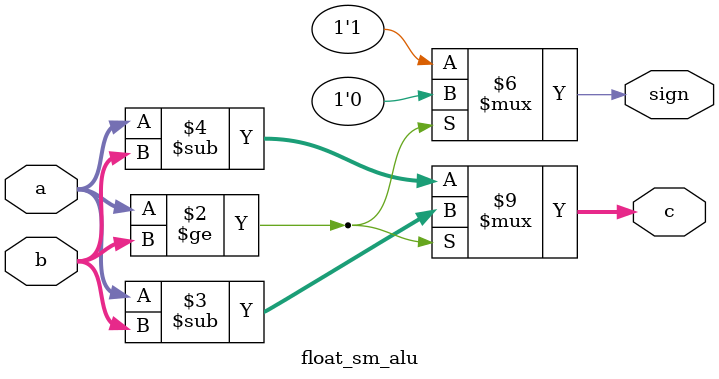
<source format=v>
module float_sm_alu(
    input [7:0] a,
    input [7:0] b,
    output reg [7:0] c,
	 output reg sign
    );
	
	always@(a or b)
	begin
		if(a >= b)
		begin
			c = a-b;
			sign = 1'b0;
		end
		else
		begin
			c=a-b;
			sign = 1'b1;
		end
	end
endmodule
</source>
